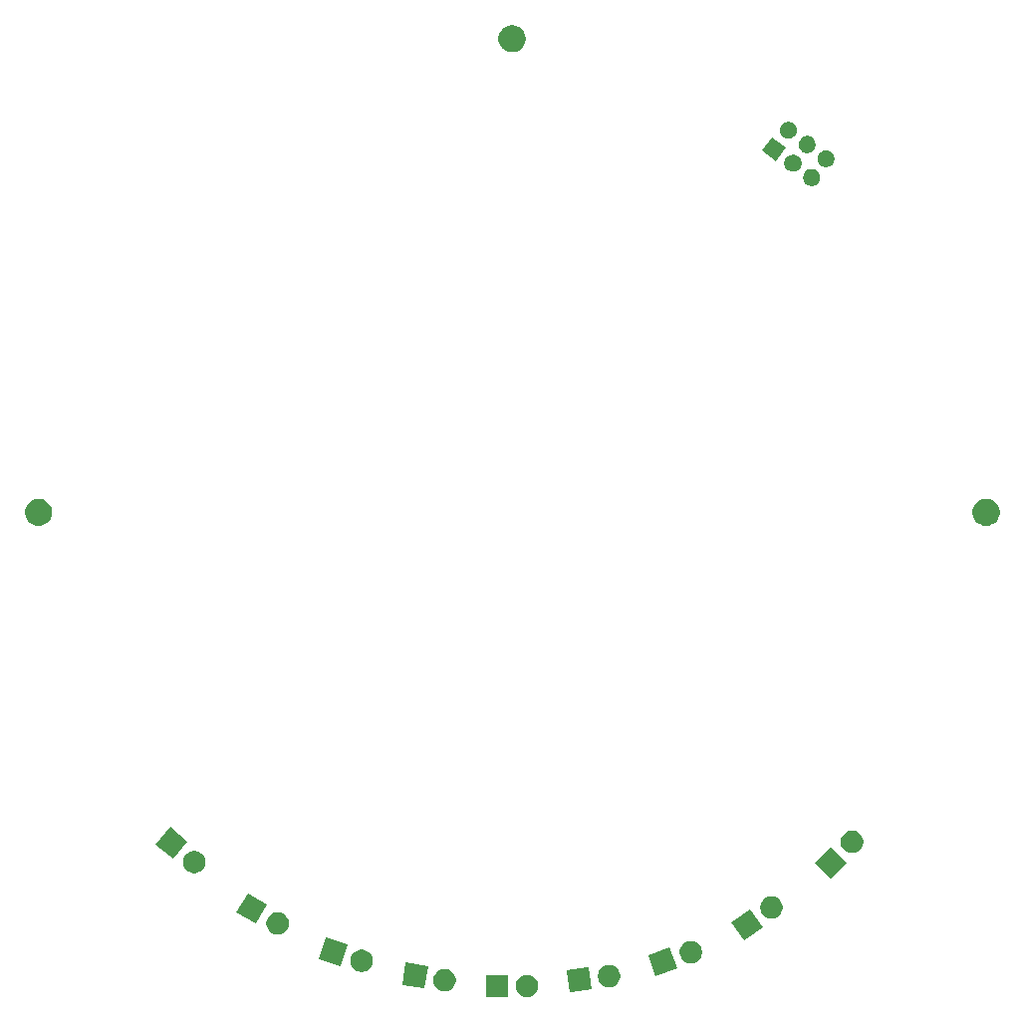
<source format=gbs>
G04 #@! TF.GenerationSoftware,KiCad,Pcbnew,(5.1.5)-3*
G04 #@! TF.CreationDate,2020-01-15T14:34:41+01:00*
G04 #@! TF.ProjectId,ring_pcb_5mm_leds,72696e67-5f70-4636-925f-356d6d5f6c65,rev?*
G04 #@! TF.SameCoordinates,Original*
G04 #@! TF.FileFunction,Soldermask,Bot*
G04 #@! TF.FilePolarity,Negative*
%FSLAX46Y46*%
G04 Gerber Fmt 4.6, Leading zero omitted, Abs format (unit mm)*
G04 Created by KiCad (PCBNEW (5.1.5)-3) date 2020-01-15 14:34:41*
%MOMM*%
%LPD*%
G04 APERTURE LIST*
%ADD10C,0.100000*%
G04 APERTURE END LIST*
D10*
G36*
X146478442Y-122564499D02*
G01*
X146651513Y-122636187D01*
X146651514Y-122636188D01*
X146807274Y-122740263D01*
X146939737Y-122872726D01*
X146969186Y-122916800D01*
X147043813Y-123028487D01*
X147115501Y-123201558D01*
X147152047Y-123385286D01*
X147152047Y-123572620D01*
X147115501Y-123756348D01*
X147043813Y-123929419D01*
X147043812Y-123929420D01*
X146939737Y-124085180D01*
X146807274Y-124217643D01*
X146728865Y-124270034D01*
X146651513Y-124321719D01*
X146478442Y-124393407D01*
X146294714Y-124429953D01*
X146107380Y-124429953D01*
X145923652Y-124393407D01*
X145750581Y-124321719D01*
X145673229Y-124270034D01*
X145594820Y-124217643D01*
X145462357Y-124085180D01*
X145358282Y-123929420D01*
X145358281Y-123929419D01*
X145286593Y-123756348D01*
X145250047Y-123572620D01*
X145250047Y-123385286D01*
X145286593Y-123201558D01*
X145358281Y-123028487D01*
X145432908Y-122916800D01*
X145462357Y-122872726D01*
X145594820Y-122740263D01*
X145750580Y-122636188D01*
X145750581Y-122636187D01*
X145923652Y-122564499D01*
X146107380Y-122527953D01*
X146294714Y-122527953D01*
X146478442Y-122564499D01*
G37*
G36*
X144612047Y-124429953D02*
G01*
X142710047Y-124429953D01*
X142710047Y-122527953D01*
X144612047Y-122527953D01*
X144612047Y-124429953D01*
G37*
G36*
X151640205Y-123201558D02*
G01*
X151708325Y-123756349D01*
X151710856Y-123776967D01*
X150029480Y-123983413D01*
X149823034Y-124008762D01*
X149823033Y-124008762D01*
X149600531Y-122196622D01*
X149591238Y-122120940D01*
X149591238Y-122120939D01*
X151272614Y-121914493D01*
X151479060Y-121889144D01*
X151479061Y-121889144D01*
X151640205Y-123201558D01*
G37*
G36*
X139467170Y-122071843D02*
G01*
X139640241Y-122143531D01*
X139640242Y-122143532D01*
X139796002Y-122247607D01*
X139928465Y-122380070D01*
X139928466Y-122380072D01*
X140032541Y-122535831D01*
X140104229Y-122708902D01*
X140140775Y-122892630D01*
X140140775Y-123079964D01*
X140104229Y-123263692D01*
X140032541Y-123436763D01*
X140032540Y-123436764D01*
X139928465Y-123592524D01*
X139796002Y-123724987D01*
X139749067Y-123756348D01*
X139640241Y-123829063D01*
X139467170Y-123900751D01*
X139283442Y-123937297D01*
X139096108Y-123937297D01*
X138912380Y-123900751D01*
X138739309Y-123829063D01*
X138630483Y-123756348D01*
X138583548Y-123724987D01*
X138451085Y-123592524D01*
X138347010Y-123436764D01*
X138347009Y-123436763D01*
X138275321Y-123263692D01*
X138238775Y-123079964D01*
X138238775Y-122892630D01*
X138275321Y-122708902D01*
X138347009Y-122535831D01*
X138451084Y-122380072D01*
X138451085Y-122380070D01*
X138583548Y-122247607D01*
X138739308Y-122143532D01*
X138739309Y-122143531D01*
X138912380Y-122071843D01*
X139096108Y-122035297D01*
X139283442Y-122035297D01*
X139467170Y-122071843D01*
G37*
G36*
X137769108Y-121798431D02*
G01*
X137471569Y-123677014D01*
X135592986Y-123379475D01*
X135890525Y-121500892D01*
X137769108Y-121798431D01*
G37*
G36*
X153449509Y-121724951D02*
G01*
X153622580Y-121796639D01*
X153699932Y-121848324D01*
X153778341Y-121900715D01*
X153910804Y-122033178D01*
X153950472Y-122092546D01*
X154014880Y-122188939D01*
X154086568Y-122362010D01*
X154123114Y-122545738D01*
X154123114Y-122733072D01*
X154086568Y-122916800D01*
X154014880Y-123089871D01*
X154014879Y-123089872D01*
X153910804Y-123245632D01*
X153778341Y-123378095D01*
X153699932Y-123430486D01*
X153622580Y-123482171D01*
X153449509Y-123553859D01*
X153265781Y-123590405D01*
X153078447Y-123590405D01*
X152894719Y-123553859D01*
X152721648Y-123482171D01*
X152644296Y-123430486D01*
X152565887Y-123378095D01*
X152433424Y-123245632D01*
X152329349Y-123089872D01*
X152329348Y-123089871D01*
X152257660Y-122916800D01*
X152221114Y-122733072D01*
X152221114Y-122545738D01*
X152257660Y-122362010D01*
X152329348Y-122188939D01*
X152393756Y-122092546D01*
X152433424Y-122033178D01*
X152565887Y-121900715D01*
X152644296Y-121848324D01*
X152721648Y-121796639D01*
X152894719Y-121724951D01*
X153078447Y-121688405D01*
X153265781Y-121688405D01*
X153449509Y-121724951D01*
G37*
G36*
X158939850Y-122018526D02*
G01*
X157141474Y-122637756D01*
X156522244Y-120839380D01*
X158320620Y-120220150D01*
X158939850Y-122018526D01*
G37*
G36*
X132414126Y-120439402D02*
G01*
X132587197Y-120511090D01*
X132587198Y-120511091D01*
X132742958Y-120615166D01*
X132875421Y-120747629D01*
X132875422Y-120747631D01*
X132979497Y-120903390D01*
X133051185Y-121076461D01*
X133087731Y-121260189D01*
X133087731Y-121447523D01*
X133051185Y-121631251D01*
X132979497Y-121804322D01*
X132979496Y-121804323D01*
X132875421Y-121960083D01*
X132742958Y-122092546D01*
X132700463Y-122120940D01*
X132587197Y-122196622D01*
X132414126Y-122268310D01*
X132230398Y-122304856D01*
X132043064Y-122304856D01*
X131859336Y-122268310D01*
X131686265Y-122196622D01*
X131572999Y-122120940D01*
X131530504Y-122092546D01*
X131398041Y-121960083D01*
X131293966Y-121804323D01*
X131293965Y-121804322D01*
X131222277Y-121631251D01*
X131185731Y-121447523D01*
X131185731Y-121260189D01*
X131222277Y-121076461D01*
X131293965Y-120903390D01*
X131398040Y-120747631D01*
X131398041Y-120747629D01*
X131530504Y-120615166D01*
X131686264Y-120511091D01*
X131686265Y-120511090D01*
X131859336Y-120439402D01*
X132043064Y-120402856D01*
X132230398Y-120402856D01*
X132414126Y-120439402D01*
G37*
G36*
X130919377Y-119958373D02*
G01*
X130331627Y-121767283D01*
X128522717Y-121179533D01*
X129110467Y-119370623D01*
X130919377Y-119958373D01*
G37*
G36*
X160410059Y-119687556D02*
G01*
X160583130Y-119759244D01*
X160583131Y-119759245D01*
X160738891Y-119863320D01*
X160871354Y-119995783D01*
X160871355Y-119995785D01*
X160975430Y-120151544D01*
X161047118Y-120324615D01*
X161083664Y-120508343D01*
X161083664Y-120695677D01*
X161047118Y-120879405D01*
X160975430Y-121052476D01*
X160923745Y-121129828D01*
X160871354Y-121208237D01*
X160738891Y-121340700D01*
X160660482Y-121393091D01*
X160583130Y-121444776D01*
X160410059Y-121516464D01*
X160226331Y-121553010D01*
X160038997Y-121553010D01*
X159855269Y-121516464D01*
X159682198Y-121444776D01*
X159604846Y-121393091D01*
X159526437Y-121340700D01*
X159393974Y-121208237D01*
X159341583Y-121129828D01*
X159289898Y-121052476D01*
X159218210Y-120879405D01*
X159181664Y-120695677D01*
X159181664Y-120508343D01*
X159218210Y-120324615D01*
X159289898Y-120151544D01*
X159393973Y-119995785D01*
X159393974Y-119995783D01*
X159526437Y-119863320D01*
X159682197Y-119759245D01*
X159682198Y-119759244D01*
X159855269Y-119687556D01*
X160038997Y-119651010D01*
X160226331Y-119651010D01*
X160410059Y-119687556D01*
G37*
G36*
X166215532Y-118512495D02*
G01*
X164657505Y-119603438D01*
X163566562Y-118045411D01*
X165124589Y-116954468D01*
X166215532Y-118512495D01*
G37*
G36*
X125278147Y-117244499D02*
G01*
X125451218Y-117316187D01*
X125451219Y-117316188D01*
X125606979Y-117420263D01*
X125739442Y-117552726D01*
X125739443Y-117552728D01*
X125843518Y-117708487D01*
X125915206Y-117881558D01*
X125951752Y-118065286D01*
X125951752Y-118252620D01*
X125915206Y-118436348D01*
X125843518Y-118609419D01*
X125843517Y-118609420D01*
X125739442Y-118765180D01*
X125606979Y-118897643D01*
X125528570Y-118950034D01*
X125451218Y-119001719D01*
X125278147Y-119073407D01*
X125094419Y-119109953D01*
X124907085Y-119109953D01*
X124723357Y-119073407D01*
X124550286Y-119001719D01*
X124472934Y-118950034D01*
X124394525Y-118897643D01*
X124262062Y-118765180D01*
X124157987Y-118609420D01*
X124157986Y-118609419D01*
X124086298Y-118436348D01*
X124049752Y-118252620D01*
X124049752Y-118065286D01*
X124086298Y-117881558D01*
X124157986Y-117708487D01*
X124262061Y-117552728D01*
X124262062Y-117552726D01*
X124394525Y-117420263D01*
X124550285Y-117316188D01*
X124550286Y-117316187D01*
X124723357Y-117244499D01*
X124907085Y-117207953D01*
X125094419Y-117207953D01*
X125278147Y-117244499D01*
G37*
G36*
X124100138Y-116540863D02*
G01*
X123149137Y-118188044D01*
X121501956Y-117237043D01*
X122452957Y-115589862D01*
X124100138Y-116540863D01*
G37*
G36*
X167249088Y-115907615D02*
G01*
X167422159Y-115979303D01*
X167422160Y-115979304D01*
X167577920Y-116083379D01*
X167710383Y-116215842D01*
X167710384Y-116215844D01*
X167814459Y-116371603D01*
X167886147Y-116544674D01*
X167922693Y-116728402D01*
X167922693Y-116915736D01*
X167886147Y-117099464D01*
X167814459Y-117272535D01*
X167785291Y-117316188D01*
X167710383Y-117428296D01*
X167577920Y-117560759D01*
X167499511Y-117613150D01*
X167422159Y-117664835D01*
X167249088Y-117736523D01*
X167065360Y-117773069D01*
X166878026Y-117773069D01*
X166694298Y-117736523D01*
X166521227Y-117664835D01*
X166443875Y-117613150D01*
X166365466Y-117560759D01*
X166233003Y-117428296D01*
X166158095Y-117316188D01*
X166128927Y-117272535D01*
X166057239Y-117099464D01*
X166020693Y-116915736D01*
X166020693Y-116728402D01*
X166057239Y-116544674D01*
X166128927Y-116371603D01*
X166233002Y-116215844D01*
X166233003Y-116215842D01*
X166365466Y-116083379D01*
X166521226Y-115979304D01*
X166521227Y-115979303D01*
X166694298Y-115907615D01*
X166878026Y-115871069D01*
X167065360Y-115871069D01*
X167249088Y-115907615D01*
G37*
G36*
X173365964Y-113038953D02*
G01*
X172021047Y-114383870D01*
X170676130Y-113038953D01*
X172021047Y-111694036D01*
X173365964Y-113038953D01*
G37*
G36*
X118204195Y-112037180D02*
G01*
X118377266Y-112108868D01*
X118377267Y-112108869D01*
X118533027Y-112212944D01*
X118665490Y-112345407D01*
X118665491Y-112345409D01*
X118769566Y-112501168D01*
X118841254Y-112674239D01*
X118877800Y-112857967D01*
X118877800Y-113045301D01*
X118841254Y-113229029D01*
X118769566Y-113402100D01*
X118769565Y-113402101D01*
X118665490Y-113557861D01*
X118533027Y-113690324D01*
X118454618Y-113742715D01*
X118377266Y-113794400D01*
X118204195Y-113866088D01*
X118020467Y-113902634D01*
X117833133Y-113902634D01*
X117649405Y-113866088D01*
X117476334Y-113794400D01*
X117398982Y-113742715D01*
X117320573Y-113690324D01*
X117188110Y-113557861D01*
X117084035Y-113402101D01*
X117084034Y-113402100D01*
X117012346Y-113229029D01*
X116975800Y-113045301D01*
X116975800Y-112857967D01*
X117012346Y-112674239D01*
X117084034Y-112501168D01*
X117188109Y-112345409D01*
X117188110Y-112345407D01*
X117320573Y-112212944D01*
X117476333Y-112108869D01*
X117476334Y-112108868D01*
X117649405Y-112037180D01*
X117833133Y-112000634D01*
X118020467Y-112000634D01*
X118204195Y-112037180D01*
G37*
G36*
X117320846Y-111201736D02*
G01*
X116098264Y-112658752D01*
X114641248Y-111436170D01*
X115863830Y-109979154D01*
X117320846Y-111201736D01*
G37*
G36*
X174094493Y-110328448D02*
G01*
X174267564Y-110400136D01*
X174267565Y-110400137D01*
X174423325Y-110504212D01*
X174555788Y-110636675D01*
X174555789Y-110636677D01*
X174659864Y-110792436D01*
X174731552Y-110965507D01*
X174768098Y-111149235D01*
X174768098Y-111336569D01*
X174731552Y-111520297D01*
X174659864Y-111693368D01*
X174659417Y-111694037D01*
X174555788Y-111849129D01*
X174423325Y-111981592D01*
X174394826Y-112000634D01*
X174267564Y-112085668D01*
X174094493Y-112157356D01*
X173910765Y-112193902D01*
X173723431Y-112193902D01*
X173539703Y-112157356D01*
X173366632Y-112085668D01*
X173239370Y-112000634D01*
X173210871Y-111981592D01*
X173078408Y-111849129D01*
X172974779Y-111694037D01*
X172974332Y-111693368D01*
X172902644Y-111520297D01*
X172866098Y-111336569D01*
X172866098Y-111149235D01*
X172902644Y-110965507D01*
X172974332Y-110792436D01*
X173078407Y-110636677D01*
X173078408Y-110636675D01*
X173210871Y-110504212D01*
X173366631Y-110400137D01*
X173366632Y-110400136D01*
X173539703Y-110328448D01*
X173723431Y-110291902D01*
X173910765Y-110291902D01*
X174094493Y-110328448D01*
G37*
G36*
X185444614Y-82090735D02*
G01*
X185555799Y-82112851D01*
X185765268Y-82199616D01*
X185953785Y-82325579D01*
X186114105Y-82485899D01*
X186240068Y-82674416D01*
X186326833Y-82883885D01*
X186371065Y-83106255D01*
X186371065Y-83332983D01*
X186326833Y-83555353D01*
X186240068Y-83764822D01*
X186114105Y-83953339D01*
X185953785Y-84113659D01*
X185765268Y-84239622D01*
X185555799Y-84326387D01*
X185444614Y-84348503D01*
X185333430Y-84370619D01*
X185106700Y-84370619D01*
X184995516Y-84348503D01*
X184884331Y-84326387D01*
X184674862Y-84239622D01*
X184486345Y-84113659D01*
X184326025Y-83953339D01*
X184200062Y-83764822D01*
X184113297Y-83555353D01*
X184069065Y-83332983D01*
X184069065Y-83106255D01*
X184113297Y-82883885D01*
X184200062Y-82674416D01*
X184326025Y-82485899D01*
X184486345Y-82325579D01*
X184674862Y-82199616D01*
X184884331Y-82112851D01*
X184995516Y-82090735D01*
X185106700Y-82068619D01*
X185333430Y-82068619D01*
X185444614Y-82090735D01*
G37*
G36*
X104902935Y-82090735D02*
G01*
X105014120Y-82112851D01*
X105223589Y-82199616D01*
X105412106Y-82325579D01*
X105572426Y-82485899D01*
X105698389Y-82674416D01*
X105785154Y-82883885D01*
X105829386Y-83106255D01*
X105829386Y-83332983D01*
X105785154Y-83555353D01*
X105698389Y-83764822D01*
X105572426Y-83953339D01*
X105412106Y-84113659D01*
X105223589Y-84239622D01*
X105014120Y-84326387D01*
X104902935Y-84348503D01*
X104791751Y-84370619D01*
X104565021Y-84370619D01*
X104453837Y-84348503D01*
X104342652Y-84326387D01*
X104133183Y-84239622D01*
X103944666Y-84113659D01*
X103784346Y-83953339D01*
X103658383Y-83764822D01*
X103571618Y-83555353D01*
X103527386Y-83332983D01*
X103527386Y-83106255D01*
X103571618Y-82883885D01*
X103658383Y-82674416D01*
X103784346Y-82485899D01*
X103944666Y-82325579D01*
X104133183Y-82199616D01*
X104342652Y-82112851D01*
X104453837Y-82090735D01*
X104565021Y-82068619D01*
X104791751Y-82068619D01*
X104902935Y-82090735D01*
G37*
G36*
X170609355Y-54060112D02*
G01*
X170741477Y-54114839D01*
X170741479Y-54114840D01*
X170860387Y-54194292D01*
X170961510Y-54295415D01*
X170961511Y-54295417D01*
X171040963Y-54414325D01*
X171095690Y-54546447D01*
X171123589Y-54686707D01*
X171123589Y-54829719D01*
X171095690Y-54969979D01*
X171040963Y-55102101D01*
X171040962Y-55102103D01*
X170961510Y-55221011D01*
X170860387Y-55322134D01*
X170741479Y-55401586D01*
X170741478Y-55401587D01*
X170741477Y-55401587D01*
X170609355Y-55456314D01*
X170469095Y-55484213D01*
X170326083Y-55484213D01*
X170185823Y-55456314D01*
X170053701Y-55401587D01*
X170053700Y-55401587D01*
X170053699Y-55401586D01*
X169934791Y-55322134D01*
X169833668Y-55221011D01*
X169754216Y-55102103D01*
X169754215Y-55102101D01*
X169699488Y-54969979D01*
X169671589Y-54829719D01*
X169671589Y-54686707D01*
X169699488Y-54546447D01*
X169754215Y-54414325D01*
X169833667Y-54295417D01*
X169833668Y-54295415D01*
X169934791Y-54194292D01*
X170053699Y-54114840D01*
X170053701Y-54114839D01*
X170185823Y-54060112D01*
X170326083Y-54032213D01*
X170469095Y-54032213D01*
X170609355Y-54060112D01*
G37*
G36*
X169012084Y-52856482D02*
G01*
X169144206Y-52911209D01*
X169144208Y-52911210D01*
X169263116Y-52990662D01*
X169364239Y-53091785D01*
X169364240Y-53091787D01*
X169443692Y-53210695D01*
X169498419Y-53342817D01*
X169526318Y-53483077D01*
X169526318Y-53626089D01*
X169498419Y-53766349D01*
X169448467Y-53886942D01*
X169443691Y-53898473D01*
X169364239Y-54017381D01*
X169263116Y-54118504D01*
X169144208Y-54197956D01*
X169144207Y-54197957D01*
X169144206Y-54197957D01*
X169012084Y-54252684D01*
X168871824Y-54280583D01*
X168728812Y-54280583D01*
X168588552Y-54252684D01*
X168456430Y-54197957D01*
X168456429Y-54197957D01*
X168456428Y-54197956D01*
X168337520Y-54118504D01*
X168236397Y-54017381D01*
X168156945Y-53898473D01*
X168152169Y-53886942D01*
X168102217Y-53766349D01*
X168074318Y-53626089D01*
X168074318Y-53483077D01*
X168102217Y-53342817D01*
X168156944Y-53210695D01*
X168236396Y-53091787D01*
X168236397Y-53091785D01*
X168337520Y-52990662D01*
X168456428Y-52911210D01*
X168456430Y-52911209D01*
X168588552Y-52856482D01*
X168728812Y-52828583D01*
X168871824Y-52828583D01*
X169012084Y-52856482D01*
G37*
G36*
X171812985Y-52462841D02*
G01*
X171945107Y-52517568D01*
X171945109Y-52517569D01*
X172064017Y-52597021D01*
X172165140Y-52698144D01*
X172165141Y-52698146D01*
X172244593Y-52817054D01*
X172299320Y-52949176D01*
X172327219Y-53089436D01*
X172327219Y-53232448D01*
X172299320Y-53372708D01*
X172253603Y-53483077D01*
X172244592Y-53504832D01*
X172165140Y-53623740D01*
X172064017Y-53724863D01*
X171945109Y-53804315D01*
X171945108Y-53804316D01*
X171945107Y-53804316D01*
X171812985Y-53859043D01*
X171672725Y-53886942D01*
X171529713Y-53886942D01*
X171389453Y-53859043D01*
X171257331Y-53804316D01*
X171257330Y-53804316D01*
X171257329Y-53804315D01*
X171138421Y-53724863D01*
X171037298Y-53623740D01*
X170957846Y-53504832D01*
X170948835Y-53483077D01*
X170903118Y-53372708D01*
X170875219Y-53232448D01*
X170875219Y-53089436D01*
X170903118Y-52949176D01*
X170957845Y-52817054D01*
X171037297Y-52698146D01*
X171037298Y-52698144D01*
X171138421Y-52597021D01*
X171257329Y-52517569D01*
X171257331Y-52517568D01*
X171389453Y-52462841D01*
X171529713Y-52434942D01*
X171672725Y-52434942D01*
X171812985Y-52462841D01*
G37*
G36*
X168219774Y-52208061D02*
G01*
X167345939Y-53367680D01*
X166186320Y-52493845D01*
X167060155Y-51334226D01*
X168219774Y-52208061D01*
G37*
G36*
X170215714Y-51259211D02*
G01*
X170347836Y-51313938D01*
X170347838Y-51313939D01*
X170466746Y-51393391D01*
X170567869Y-51494514D01*
X170567870Y-51494516D01*
X170647322Y-51613424D01*
X170702049Y-51745546D01*
X170729948Y-51885806D01*
X170729948Y-52028818D01*
X170702049Y-52169078D01*
X170647322Y-52301200D01*
X170647321Y-52301202D01*
X170567869Y-52420110D01*
X170466746Y-52521233D01*
X170347838Y-52600685D01*
X170347837Y-52600686D01*
X170347836Y-52600686D01*
X170215714Y-52655413D01*
X170075454Y-52683312D01*
X169932442Y-52683312D01*
X169792182Y-52655413D01*
X169660060Y-52600686D01*
X169660059Y-52600686D01*
X169660058Y-52600685D01*
X169541150Y-52521233D01*
X169440027Y-52420110D01*
X169360575Y-52301202D01*
X169360574Y-52301200D01*
X169305847Y-52169078D01*
X169277948Y-52028818D01*
X169277948Y-51885806D01*
X169305847Y-51745546D01*
X169360574Y-51613424D01*
X169440026Y-51494516D01*
X169440027Y-51494514D01*
X169541150Y-51393391D01*
X169660058Y-51313939D01*
X169660060Y-51313938D01*
X169792182Y-51259211D01*
X169932442Y-51231312D01*
X170075454Y-51231312D01*
X170215714Y-51259211D01*
G37*
G36*
X168618443Y-50055581D02*
G01*
X168750565Y-50110308D01*
X168750567Y-50110309D01*
X168869475Y-50189761D01*
X168970598Y-50290884D01*
X168970599Y-50290886D01*
X169050051Y-50409794D01*
X169104778Y-50541916D01*
X169132677Y-50682176D01*
X169132677Y-50825188D01*
X169104778Y-50965448D01*
X169050051Y-51097570D01*
X169050050Y-51097572D01*
X168970598Y-51216480D01*
X168869475Y-51317603D01*
X168750567Y-51397055D01*
X168750566Y-51397056D01*
X168750565Y-51397056D01*
X168618443Y-51451783D01*
X168478183Y-51479682D01*
X168335171Y-51479682D01*
X168194911Y-51451783D01*
X168062789Y-51397056D01*
X168062788Y-51397056D01*
X168062787Y-51397055D01*
X167943879Y-51317603D01*
X167842756Y-51216480D01*
X167763304Y-51097572D01*
X167763303Y-51097570D01*
X167708576Y-50965448D01*
X167680677Y-50825188D01*
X167680677Y-50682176D01*
X167708576Y-50541916D01*
X167763303Y-50409794D01*
X167842755Y-50290886D01*
X167842756Y-50290884D01*
X167943879Y-50189761D01*
X168062787Y-50110309D01*
X168062789Y-50110308D01*
X168194911Y-50055581D01*
X168335171Y-50027682D01*
X168478183Y-50027682D01*
X168618443Y-50055581D01*
G37*
G36*
X145152935Y-41840735D02*
G01*
X145264120Y-41862851D01*
X145473589Y-41949616D01*
X145662106Y-42075579D01*
X145822426Y-42235899D01*
X145948389Y-42424416D01*
X146035154Y-42633885D01*
X146079386Y-42856255D01*
X146079386Y-43082983D01*
X146035154Y-43305353D01*
X145948389Y-43514822D01*
X145822426Y-43703339D01*
X145662106Y-43863659D01*
X145473589Y-43989622D01*
X145264120Y-44076387D01*
X145152935Y-44098503D01*
X145041751Y-44120619D01*
X144815021Y-44120619D01*
X144703837Y-44098503D01*
X144592652Y-44076387D01*
X144383183Y-43989622D01*
X144194666Y-43863659D01*
X144034346Y-43703339D01*
X143908383Y-43514822D01*
X143821618Y-43305353D01*
X143777386Y-43082983D01*
X143777386Y-42856255D01*
X143821618Y-42633885D01*
X143908383Y-42424416D01*
X144034346Y-42235899D01*
X144194666Y-42075579D01*
X144383183Y-41949616D01*
X144592652Y-41862851D01*
X144703837Y-41840735D01*
X144815021Y-41818619D01*
X145041751Y-41818619D01*
X145152935Y-41840735D01*
G37*
M02*

</source>
